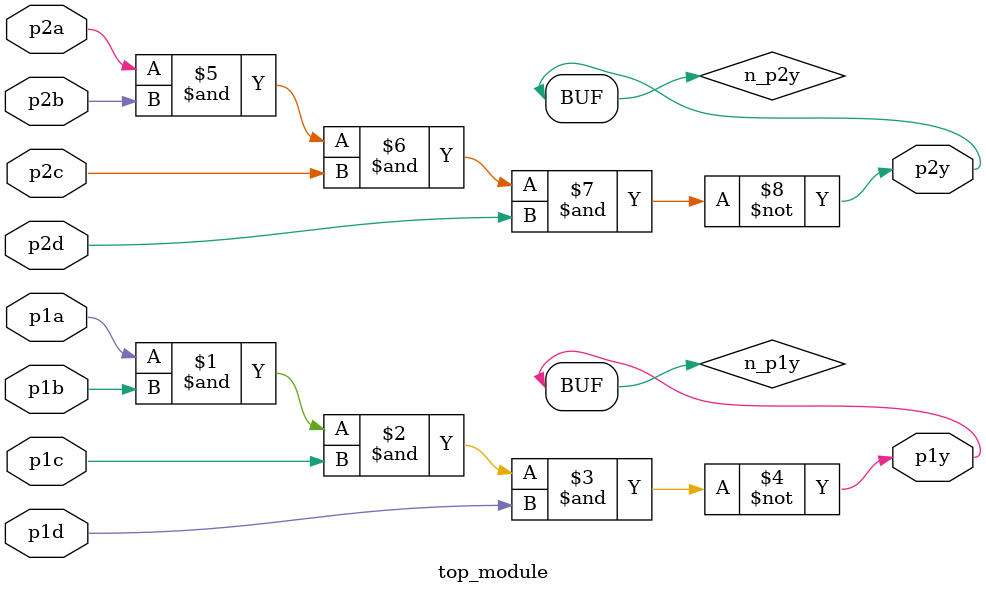
<source format=sv>
module top_module(
	input p1a, 
	input p1b, 
	input p1c, 
	input p1d, 
	output reg p1y, 
	input p2a, 
	input p2b, 
	input p2c, 
	input p2d, 
	output reg p2y
);

// Internal wires
wire n_p1y, n_p2y;

// AND gates
assign n_p1y = ~(p1a & p1b & p1c & p1d);
assign n_p2y = ~(p2a & p2b & p2c & p2d);

// Inverted outputs
always @(p1a or p1b or p1c or p1d)
	p1y <= n_p1y;
	
always @(p2a or p2b or p2c or p2d)
	p2y <= n_p2y;

endmodule

</source>
